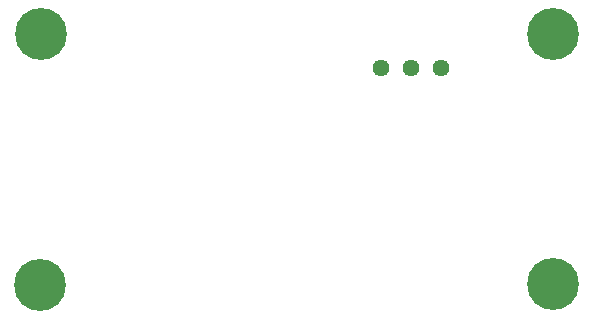
<source format=gbr>
%TF.GenerationSoftware,KiCad,Pcbnew,(6.0.7-1)-1*%
%TF.CreationDate,2022-10-26T21:12:01+02:00*%
%TF.ProjectId,Modulo_LM2596S,4d6f6475-6c6f-45f4-9c4d-32353936532e,rev?*%
%TF.SameCoordinates,Original*%
%TF.FileFunction,Soldermask,Bot*%
%TF.FilePolarity,Negative*%
%FSLAX46Y46*%
G04 Gerber Fmt 4.6, Leading zero omitted, Abs format (unit mm)*
G04 Created by KiCad (PCBNEW (6.0.7-1)-1) date 2022-10-26 21:12:01*
%MOMM*%
%LPD*%
G01*
G04 APERTURE LIST*
%ADD10C,0.700000*%
%ADD11C,4.400000*%
%ADD12C,1.440000*%
G04 APERTURE END LIST*
D10*
%TO.C,H104*%
X196783274Y-91133274D03*
X197950000Y-93950000D03*
D11*
X197950000Y-92300000D03*
D10*
X199116726Y-91133274D03*
X196783274Y-93466726D03*
X199600000Y-92300000D03*
X196300000Y-92300000D03*
X197950000Y-90650000D03*
X199116726Y-93466726D03*
%TD*%
%TO.C,H101*%
X153433274Y-69983274D03*
X154600000Y-72800000D03*
X155766726Y-69983274D03*
X153433274Y-72316726D03*
D11*
X154600000Y-71150000D03*
D10*
X156250000Y-71150000D03*
X154600000Y-69500000D03*
X152950000Y-71150000D03*
X155766726Y-72316726D03*
%TD*%
%TO.C,H102*%
X196833274Y-69933274D03*
D11*
X198000000Y-71100000D03*
D10*
X196350000Y-71100000D03*
X199166726Y-69933274D03*
X199650000Y-71100000D03*
X199166726Y-72266726D03*
X198000000Y-69450000D03*
X198000000Y-72750000D03*
X196833274Y-72266726D03*
%TD*%
D12*
%TO.C,RV101*%
X183425000Y-74025000D03*
X185965000Y-74025000D03*
X188505000Y-74025000D03*
%TD*%
D10*
%TO.C,H103*%
X153383274Y-91233274D03*
D11*
X154550000Y-92400000D03*
D10*
X155716726Y-93566726D03*
X154550000Y-90750000D03*
X154550000Y-94050000D03*
X153383274Y-93566726D03*
X152900000Y-92400000D03*
X156200000Y-92400000D03*
X155716726Y-91233274D03*
%TD*%
M02*

</source>
